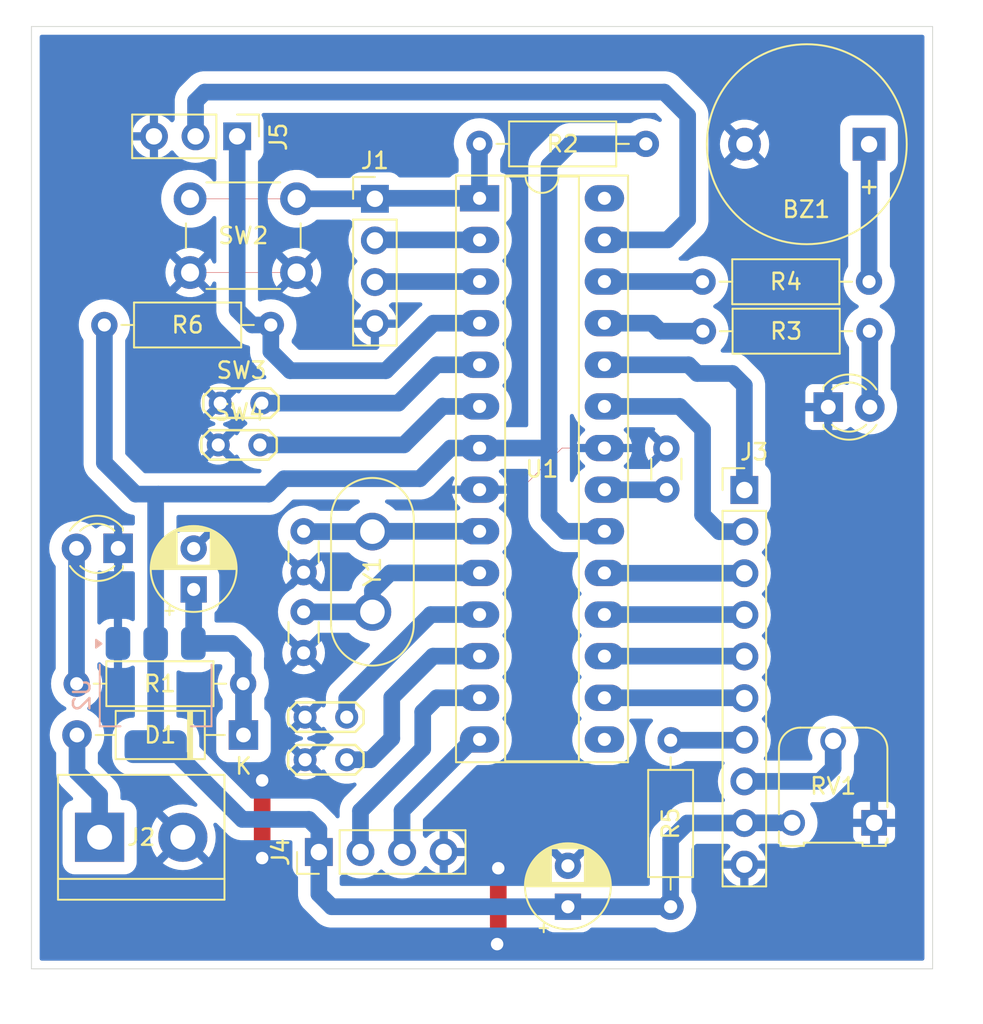
<source format=kicad_pcb>
(kicad_pcb (version 20240108) (generator "pcbnew") (generator_version "8.0")
  (layers (0 "F.Cu" signal) (31 "B.Cu" signal) (34 "B.Paste" user) (35 "F.Paste" user) (36 "B.SilkS" user "B.Silkscreen") (37 "F.SilkS" user "F.Silkscreen") (38 "B.Mask" user) (39 "F.Mask" user) (44 "Edge.Cuts" user))
  (net 0 "")
  (net 1 "Net-(BZ1-+)")
  (net 2 "GND")
  (net 3 "Net-(U1-AREF)")
  (net 4 "+12V")
  (net 5 "Net-(U1-XTAL1{slash}PB6)")
  (net 6 "Net-(U1-XTAL2{slash}PB7)")
  (net 7 "+5V")
  (net 8 "Net-(D1-A)")
  (net 9 "Net-(D2-A)")
  (net 10 "Net-(D3-A)")
  (net 11 "/Tx")
  (net 12 "/Reset")
  (net 13 "/Rx")
  (net 14 "Net-(J3-Pin_8)")
  (net 15 "/RS")
  (net 16 "/D5")
  (net 17 "/E")
  (net 18 "/D7")
  (net 19 "Net-(J3-Pin_7)")
  (net 20 "/D4")
  (net 21 "/D6")
  (net 22 "/CLK")
  (net 23 "/OUT")
  (net 24 "/proximity")
  (net 25 "/fluid")
  (net 26 "/Indicator")
  (net 27 "/Buzzer")
  (net 28 "/button1")
  (net 29 "/button2")
  (net 30 "/button3")
  (net 31 "/button4")
  (footprint "Capacitor_THT:CP_Radial_D5.0mm_P2.50mm" (layer "F.Cu") (at 159.66 117.83 90)
    (property "Reference" "C5" (hide yes))
    (property "Value" "100uF")
    (pad "1" thru_hole rect (at 0 0 90) (size 1.6 1.6) (drill 0.8) (layers "*.Cu" "*.Mask") (net 7 "+5V"))
    (pad "2" thru_hole circle (at 2.5 0 90) (size 1.6 1.6) (drill 0.8) (layers "*.Cu" "*.Mask") (net 2 "GND"))
  )
  (footprint "Connector_PinHeader_2.54mm:PinHeader_1x10_P2.54mm_Vertical" (layer "F.Cu") (at 170.43 92.4)
    (property "Reference" "J3" (at 0.6 -2.32 0) (layer "F.SilkS"))
    (property "Value" "Display")
    (pad "1" thru_hole rect (at 0 0) (size 1.7 1.7) (drill 1) (layers "*.Cu" "*.Mask") (net 15 "/RS"))
    (pad "2" thru_hole oval (at 0 2.54) (size 1.7 1.7) (drill 1) (layers "*.Cu" "*.Mask") (net 17 "/E"))
    (pad "3" thru_hole oval (at 0 5.08) (size 1.7 1.7) (drill 1) (layers "*.Cu" "*.Mask") (net 20 "/D4"))
    (pad "4" thru_hole oval (at 0 7.62) (size 1.7 1.7) (drill 1) (layers "*.Cu" "*.Mask") (net 16 "/D5"))
    (pad "5" thru_hole oval (at 0 10.16) (size 1.7 1.7) (drill 1) (layers "*.Cu" "*.Mask") (net 21 "/D6"))
    (pad "6" thru_hole oval (at 0 12.7) (size 1.7 1.7) (drill 1) (layers "*.Cu" "*.Mask") (net 18 "/D7"))
    (pad "7" thru_hole oval (at 0 15.24) (size 1.7 1.7) (drill 1) (layers "*.Cu" "*.Mask") (net 19 "Net-(J3-Pin_7)"))
    (pad "8" thru_hole oval (at 0 17.78) (size 1.7 1.7) (drill 1) (layers "*.Cu" "*.Mask") (net 14 "Net-(J3-Pin_8)"))
    (pad "9" thru_hole oval (at 0 20.32) (size 1.7 1.7) (drill 1) (layers "*.Cu" "*.Mask") (net 7 "+5V"))
    (pad "10" thru_hole oval (at 0 22.86) (size 1.7 1.7) (drill 1) (layers "*.Cu" "*.Mask") (net 2 "GND"))
  )
  (footprint "Package_DIP:DIP-28_W7.62mm_Socket_LongPads" (layer "F.Cu") (at 154.27 74.6)
    (property "Reference" "U1" (at 3.8 16.525 0) (layer "F.SilkS"))
    (property "Value" "ATmega328P-P")
    (pad "1" thru_hole rect (at 0 0) (size 2.4 1.6) (drill 0.8) (layers "*.Cu" "*.Mask") (net 12 "/Reset"))
    (pad "2" thru_hole oval (at 0 2.54) (size 2.4 1.6) (drill 0.8) (layers "*.Cu" "*.Mask") (net 13 "/Rx"))
    (pad "3" thru_hole oval (at 0 5.08) (size 2.4 1.6) (drill 0.8) (layers "*.Cu" "*.Mask") (net 11 "/Tx"))
    (pad "4" thru_hole oval (at 0 7.62) (size 2.4 1.6) (drill 0.8) (layers "*.Cu" "*.Mask") (net 24 "/proximity"))
    (pad "5" thru_hole oval (at 0 10.16) (size 2.4 1.6) (drill 0.8) (layers "*.Cu" "*.Mask") (net 28 "/button1"))
    (pad "6" thru_hole oval (at 0 12.7) (size 2.4 1.6) (drill 0.8) (layers "*.Cu" "*.Mask") (net 29 "/button2"))
    (pad "7" thru_hole oval (at 0 15.24) (size 2.4 1.6) (drill 0.8) (layers "*.Cu" "*.Mask") (net 7 "+5V"))
    (pad "8" thru_hole oval (at 0 17.78) (size 2.4 1.6) (drill 0.8) (layers "*.Cu" "*.Mask") (net 2 "GND"))
    (pad "9" thru_hole oval (at 0 20.32) (size 2.4 1.6) (drill 0.8) (layers "*.Cu" "*.Mask") (net 5 "Net-(U1-XTAL1{slash}PB6)"))
    (pad "10" thru_hole oval (at 0 22.86) (size 2.4 1.6) (drill 0.8) (layers "*.Cu" "*.Mask") (net 6 "Net-(U1-XTAL2{slash}PB7)"))
    (pad "11" thru_hole oval (at 0 25.4) (size 2.4 1.6) (drill 0.8) (layers "*.Cu" "*.Mask") (net 30 "/button3"))
    (pad "12" thru_hole oval (at 0 27.94) (size 2.4 1.6) (drill 0.8) (layers "*.Cu" "*.Mask") (net 31 "/button4"))
    (pad "13" thru_hole oval (at 0 30.48) (size 2.4 1.6) (drill 0.8) (layers "*.Cu" "*.Mask") (net 23 "/OUT"))
    (pad "14" thru_hole oval (at 0 33.02) (size 2.4 1.6) (drill 0.8) (layers "*.Cu" "*.Mask") (net 22 "/CLK"))
    (pad "15" thru_hole oval (at 7.62 33.02) (size 2.4 1.6) (drill 0.8) (layers "*.Cu" "*.Mask"))
    (pad "16" thru_hole oval (at 7.62 30.48) (size 2.4 1.6) (drill 0.8) (layers "*.Cu" "*.Mask") (net 18 "/D7"))
    (pad "17" thru_hole oval (at 7.62 27.94) (size 2.4 1.6) (drill 0.8) (layers "*.Cu" "*.Mask") (net 21 "/D6"))
    (pad "18" thru_hole oval (at 7.62 25.4) (size 2.4 1.6) (drill 0.8) (layers "*.Cu" "*.Mask") (net 16 "/D5"))
    (pad "19" thru_hole oval (at 7.62 22.86) (size 2.4 1.6) (drill 0.8) (layers "*.Cu" "*.Mask") (net 20 "/D4"))
    (pad "20" thru_hole oval (at 7.62 20.32) (size 2.4 1.6) (drill 0.8) (layers "*.Cu" "*.Mask") (net 7 "+5V"))
    (pad "21" thru_hole oval (at 7.62 17.78) (size 2.4 1.6) (drill 0.8) (layers "*.Cu" "*.Mask") (net 3 "Net-(U1-AREF)"))
    (pad "22" thru_hole oval (at 7.62 15.24) (size 2.4 1.6) (drill 0.8) (layers "*.Cu" "*.Mask") (net 2 "GND"))
    (pad "23" thru_hole oval (at 7.62 12.7) (size 2.4 1.6) (drill 0.8) (layers "*.Cu" "*.Mask") (net 17 "/E"))
    (pad "24" thru_hole oval (at 7.62 10.16) (size 2.4 1.6) (drill 0.8) (layers "*.Cu" "*.Mask") (net 15 "/RS"))
    (pad "25" thru_hole oval (at 7.62 7.62) (size 2.4 1.6) (drill 0.8) (layers "*.Cu" "*.Mask") (net 26 "/Indicator"))
    (pad "26" thru_hole oval (at 7.62 5.08) (size 2.4 1.6) (drill 0.8) (layers "*.Cu" "*.Mask") (net 27 "/Buzzer"))
    (pad "27" thru_hole oval (at 7.62 2.54) (size 2.4 1.6) (drill 0.8) (layers "*.Cu" "*.Mask") (net 25 "/fluid"))
    (pad "28" thru_hole oval (at 7.62 0) (size 2.4 1.6) (drill 0.8) (layers "*.Cu" "*.Mask"))
  )
  (footprint "Diode_THT:D_A-405_P10.16mm_Horizontal" (layer "F.Cu") (at 139.86 107.35 180)
    (property "Reference" "D1" (at 5.08 0 180) (layer "F.SilkS"))
    (property "Value" "1N4001")
    (fp_text user "K" (at 0 -1.9 180) (layer "F.SilkS"))
    (pad "1" thru_hole rect (at 0 0 180) (size 1.8 1.8) (drill 0.9) (layers "*.Cu" "*.Mask") (net 4 "+12V"))
    (pad "2" thru_hole oval (at 10.16 0 180) (size 1.8 1.8) (drill 0.9) (layers "*.Cu" "*.Mask") (net 8 "Net-(D1-A)"))
  )
  (footprint "TestPoint:TestPoint_2Pads_Pitch2.54mm_Drill0.8mm" (layer "F.Cu") (at 143.62 106.26)
    (property "Reference" "SW5" (hide yes))
    (property "Value" "SW_Push" (hide yes))
    (pad "1" thru_hole circle (at 0 0) (size 1.4 1.4) (drill 0.8) (layers "*.Cu" "*.Mask") (net 2 "GND"))
    (pad "2" thru_hole circle (at 2.54 0) (size 1.4 1.4) (drill 0.8) (layers "*.Cu" "*.Mask") (net 30 "/button3"))
  )
  (footprint "Resistor_THT:R_Axial_DIN0207_L6.3mm_D2.5mm_P10.16mm_Horizontal" (layer "F.Cu") (at 167.88 79.69)
    (property "Reference" "R4" (at 5.08 0 0) (layer "F.SilkS"))
    (property "Value" "100")
    (pad "1" thru_hole circle (at 0 0) (size 1.6 1.6) (drill 0.8) (layers "*.Cu" "*.Mask") (net 27 "/Buzzer"))
    (pad "2" thru_hole oval (at 10.16 0) (size 1.6 1.6) (drill 0.8) (layers "*.Cu" "*.Mask") (net 1 "Net-(BZ1-+)"))
  )
  (footprint "Resistor_THT:R_Axial_DIN0207_L6.3mm_D2.5mm_P10.16mm_Horizontal" (layer "F.Cu") (at 165.93 107.67 -90)
    (property "Reference" "R5" (at 5.08 0 90) (layer "F.SilkS"))
    (property "Value" "220")
    (pad "1" thru_hole circle (at 0 0 270) (size 1.6 1.6) (drill 0.8) (layers "*.Cu" "*.Mask") (net 19 "Net-(J3-Pin_7)"))
    (pad "2" thru_hole oval (at 10.16 0 270) (size 1.6 1.6) (drill 0.8) (layers "*.Cu" "*.Mask") (net 7 "+5V"))
  )
  (footprint "Resistor_THT:R_Axial_DIN0207_L6.3mm_D2.5mm_P10.16mm_Horizontal" (layer "F.Cu") (at 154.26 71.28)
    (property "Reference" "R2" (at 5.08 0 0) (layer "F.SilkS"))
    (property "Value" "10k")
    (pad "1" thru_hole circle (at 0 0) (size 1.6 1.6) (drill 0.8) (layers "*.Cu" "*.Mask") (net 12 "/Reset"))
    (pad "2" thru_hole oval (at 10.16 0) (size 1.6 1.6) (drill 0.8) (layers "*.Cu" "*.Mask") (net 7 "+5V"))
  )
  (footprint "Capacitor_THT:C_Disc_D3.0mm_W1.6mm_P2.50mm" (layer "F.Cu") (at 165.67 92.37 90)
    (property "Reference" "C1" (hide yes))
    (property "Value" "100nF")
    (pad "1" thru_hole circle (at 0 0 90) (size 1.6 1.6) (drill 0.8) (layers "*.Cu" "*.Mask") (net 3 "Net-(U1-AREF)"))
    (pad "2" thru_hole circle (at 2.5 0 90) (size 1.6 1.6) (drill 0.8) (layers "*.Cu" "*.Mask") (net 2 "GND"))
  )
  (footprint "Button_Switch_THT:SW_PUSH_6mm" (layer "F.Cu") (at 136.6 74.63)
    (property "Reference" "SW2" (at 3.25 2.25 0) (layer "F.SilkS"))
    (property "Value" "Reset")
    (pad "1" thru_hole circle (at 0 0 90) (size 2 2) (drill 1.1) (layers "*.Cu" "*.Mask") (net 12 "/Reset"))
    (pad "1" thru_hole circle (at 6.5 0 90) (size 2 2) (drill 1.1) (layers "*.Cu" "*.Mask") (net 12 "/Reset"))
    (pad "2" thru_hole circle (at 0 4.5 90) (size 2 2) (drill 1.1) (layers "*.Cu" "*.Mask") (net 2 "GND"))
    (pad "2" thru_hole circle (at 6.5 4.5 90) (size 2 2) (drill 1.1) (layers "*.Cu" "*.Mask") (net 2 "GND"))
  )
  (footprint "Capacitor_THT:C_Disc_D3.0mm_W1.6mm_P2.50mm" (layer "F.Cu") (at 143.53 94.92 -90)
    (property "Reference" "C3" (hide yes))
    (property "Value" "22pF")
    (pad "1" thru_hole circle (at 0 0 270) (size 1.6 1.6) (drill 0.8) (layers "*.Cu" "*.Mask") (net 5 "Net-(U1-XTAL1{slash}PB6)"))
    (pad "2" thru_hole circle (at 2.5 0 270) (size 1.6 1.6) (drill 0.8) (layers "*.Cu" "*.Mask") (net 2 "GND"))
  )
  (footprint "TestPoint:TestPoint_2Pads_Pitch2.54mm_Drill0.8mm" (layer "F.Cu") (at 138.44 87.1)
    (property "Reference" "SW3" (at 1.3 -2 0) (layer "F.SilkS"))
    (property "Value" "SW_Push" (hide yes))
    (pad "1" thru_hole circle (at 0 0) (size 1.4 1.4) (drill 0.8) (layers "*.Cu" "*.Mask") (net 2 "GND"))
    (pad "2" thru_hole circle (at 2.54 0) (size 1.4 1.4) (drill 0.8) (layers "*.Cu" "*.Mask") (net 28 "/button1"))
  )
  (footprint "LED_THT:LED_D3.0mm" (layer "F.Cu") (at 132.21 95.96 180)
    (property "Reference" "D2" (hide yes))
    (property "Value" "Power")
    (pad "1" thru_hole rect (at 0 0 180) (size 1.8 1.8) (drill 0.9) (layers "*.Cu" "*.Mask") (net 2 "GND"))
    (pad "2" thru_hole circle (at 2.54 0 180) (size 1.8 1.8) (drill 0.9) (layers "*.Cu" "*.Mask") (net 9 "Net-(D2-A)"))
  )
  (footprint "TerminalBlock:TerminalBlock_bornier-2_P5.08mm" (layer "F.Cu") (at 131.08 113.59)
    (property "Reference" "J2" (at 2.54 0 0) (layer "F.SilkS"))
    (property "Value" "Power")
    (pad "1" thru_hole rect (at 0 0) (size 3 3) (drill 1.52) (layers "*.Cu" "*.Mask") (net 8 "Net-(D1-A)"))
    (pad "2" thru_hole circle (at 5.08 0) (size 3 3) (drill 1.52) (layers "*.Cu" "*.Mask") (net 2 "GND"))
  )
  (footprint "Resistor_THT:R_Axial_DIN0207_L6.3mm_D2.5mm_P10.16mm_Horizontal" (layer "F.Cu") (at 131.37 82.33)
    (property "Reference" "R6" (at 5.08 0 0) (layer "F.SilkS"))
    (property "Value" "10k")
    (pad "1" thru_hole circle (at 0 0) (size 1.6 1.6) (drill 0.8) (layers "*.Cu" "*.Mask") (net 7 "+5V"))
    (pad "2" thru_hole oval (at 10.16 0) (size 1.6 1.6) (drill 0.8) (layers "*.Cu" "*.Mask") (net 24 "/proximity"))
  )
  (footprint "Potentiometer_THT:Potentiometer_Runtron_RM-065_Vertical" (layer "F.Cu") (at 178.35 112.71 180)
    (property "Reference" "RV1" (at 2.5 2.24 180) (layer "F.SilkS"))
    (property "Value" "1k")
    (pad "1" thru_hole rect (at 0 0 180) (size 1.56 1.56) (drill 1) (layers "*.Cu" "*.Mask") (net 2 "GND"))
    (pad "2" thru_hole circle (at 2.5 5 180) (size 1.56 1.56) (drill 1) (layers "*.Cu" "*.Mask") (net 14 "Net-(J3-Pin_8)"))
    (pad "3" thru_hole circle (at 5 0 180) (size 1.56 1.56) (drill 1) (layers "*.Cu" "*.Mask") (net 7 "+5V"))
  )
  (footprint "Buzzer_Beeper:Buzzer_12x9.5RM7.6" (layer "F.Cu") (at 178.04 71.3 180)
    (property "Reference" "BZ1" (at 3.83 -3.98 180) (layer "F.SilkS"))
    (property "Value" "Buzzer")
    (fp_text user "+" (at -0.01 -2.54 180) (layer "F.SilkS"))
    (pad "1" thru_hole rect (at 0 0 180) (size 2 2) (drill 1) (layers "*.Cu" "*.Mask") (net 1 "Net-(BZ1-+)"))
    (pad "2" thru_hole circle (at 7.6 0 180) (size 2 2) (drill 1) (layers "*.Cu" "*.Mask") (net 2 "GND"))
  )
  (footprint "TestPoint:TestPoint_2Pads_Pitch2.54mm_Drill0.8mm" (layer "F.Cu") (at 138.32 89.65)
    (property "Reference" "SW4" (at 1.3 -2 0) (layer "F.SilkS"))
    (property "Value" "SW_Push" (hide yes))
    (pad "1" thru_hole circle (at 0 0) (size 1.4 1.4) (drill 0.8) (layers "*.Cu" "*.Mask") (net 2 "GND"))
    (pad "2" thru_hole circle (at 2.54 0) (size 1.4 1.4) (drill 0.8) (layers "*.Cu" "*.Mask") (net 29 "/button2"))
  )
  (footprint "TestPoint:TestPoint_2Pads_Pitch2.54mm_Drill0.8mm" (layer "F.Cu") (at 143.62 108.86)
    (property "Reference" "SW6" (hide yes))
    (property "Value" "SW_Push" (hide yes))
    (pad "1" thru_hole circle (at 0 0) (size 1.4 1.4) (drill 0.8) (layers "*.Cu" "*.Mask") (net 2 "GND"))
    (pad "2" thru_hole circle (at 2.54 0) (size 1.4 1.4) (drill 0.8) (layers "*.Cu" "*.Mask") (net 31 "/button4"))
  )
  (footprint "Connector_PinHeader_2.54mm:PinHeader_1x04_P2.54mm_Vertical" (layer "F.Cu") (at 147.88 74.63)
    (property "Reference" "J1" (at 0 -2.33 0) (layer "F.SilkS"))
    (property "Value" "Program")
    (pad "1" thru_hole rect (at 0 0) (size 1.7 1.7) (drill 1) (layers "*.Cu" "*.Mask") (net 12 "/Reset"))
    (pad "2" thru_hole oval (at 0 2.54) (size 1.7 1.7) (drill 1) (layers "*.Cu" "*.Mask") (net 13 "/Rx"))
    (pad "3" thru_hole oval (at 0 5.08) (size 1.7 1.7) (drill 1) (layers "*.Cu" "*.Mask") (net 11 "/Tx"))
    (pad "4" thru_hole oval (at 0 7.62) (size 1.7 1.7) (drill 1) (layers "*.Cu" "*.Mask") (net 2 "GND"))
  )
  (footprint "Capacitor_THT:C_Disc_D3.0mm_W1.6mm_P2.50mm" (layer "F.Cu") (at 143.53 102.34 90)
    (property "Reference" "C4" (hide yes))
    (property "Value" "22pF")
    (pad "1" thru_hole circle (at 0 0 90) (size 1.6 1.6) (drill 0.8) (layers "*.Cu" "*.Mask") (net 2 "GND"))
    (pad "2" thru_hole circle (at 2.5 0 90) (size 1.6 1.6) (drill 0.8) (layers "*.Cu" "*.Mask") (net 6 "Net-(U1-XTAL2{slash}PB7)"))
  )
  (footprint "Crystal:Crystal_HC50_Vertical" (layer "F.Cu") (at 147.73 99.84 90)
    (property "Reference" "Y1" (at 2.45 0 270) (layer "F.SilkS"))
    (property "Value" "16MHz")
    (pad "1" thru_hole circle (at 0 0 90) (size 2.3 2.3) (drill 1.5) (layers "*.Cu" "*.Mask") (net 6 "Net-(U1-XTAL2{slash}PB7)"))
    (pad "2" thru_hole circle (at 4.9 0 90) (size 2.3 2.3) (drill 1.5) (layers "*.Cu" "*.Mask") (net 5 "Net-(U1-XTAL1{slash}PB6)"))
  )
  (footprint "Connector_PinHeader_2.54mm:PinHeader_1x04_P2.54mm_Vertical" (layer "F.Cu") (at 144.46 114.49 90)
    (property "Reference" "J4" (at 0 -2.33 270) (layer "F.SilkS"))
    (property "Value" "HX710B")
    (pad "1" thru_hole rect (at 0 0 90) (size 1.7 1.7) (drill 1) (layers "*.Cu" "*.Mask") (net 7 "+5V"))
    (pad "2" thru_hole oval (at 0 2.54 90) (size 1.7 1.7) (drill 1) (layers "*.Cu" "*.Mask") (net 23 "/OUT"))
    (pad "3" thru_hole oval (at 0 5.08 90) (size 1.7 1.7) (drill 1) (layers "*.Cu" "*.Mask") (net 22 "/CLK"))
    (pad "4" thru_hole oval (at 0 7.62 90) (size 1.7 1.7) (drill 1) (layers "*.Cu" "*.Mask") (net 2 "GND"))
  )
  (footprint "Resistor_THT:R_Axial_DIN0207_L6.3mm_D2.5mm_P10.16mm_Horizontal" (layer "F.Cu") (at 139.84 104.22 180)
    (property "Reference" "R1" (at 5.08 0 180) (layer "F.SilkS"))
    (property "Value" "1k")
    (pad "1" thru_hole circle (at 0 0 180) (size 1.6 1.6) (drill 0.8) (layers "*.Cu" "*.Mask") (net 4 "+12V"))
    (pad "2" thru_hole oval (at 10.16 0 180) (size 1.6 1.6) (drill 0.8) (layers "*.Cu" "*.Mask") (net 9 "Net-(D2-A)"))
  )
  (footprint "Capacitor_THT:CP_Radial_D5.0mm_P2.50mm" (layer "F.Cu") (at 136.82 98.47 90)
    (property "Reference" "C2" (hide yes))
    (property "Value" "100uF")
    (pad "1" thru_hole rect (at 0 0 90) (size 1.6 1.6) (drill 0.8) (layers "*.Cu" "*.Mask") (net 4 "+12V"))
    (pad "2" thru_hole circle (at 2.5 0 90) (size 1.6 1.6) (drill 0.8) (layers "*.Cu" "*.Mask") (net 2 "GND"))
  )
  (footprint "LED_THT:LED_D3.0mm" (layer "F.Cu") (at 175.55 87.34)
    (property "Reference" "D3" (hide yes))
    (property "Value" "Ind.")
    (pad "1" thru_hole rect (at 0 0) (size 1.8 1.8) (drill 0.9) (layers "*.Cu" "*.Mask") (net 2 "GND"))
    (pad "2" thru_hole circle (at 2.54 0) (size 1.8 1.8) (drill 0.9) (layers "*.Cu" "*.Mask") (net 10 "Net-(D3-A)"))
  )
  (footprint "Connector_PinHeader_2.54mm:PinHeader_1x03_P2.54mm_Vertical" (layer "F.Cu") (at 139.475 70.82 -90)
    (property "Reference" "J5" (at 0.03 -2.52 90) (layer "F.SilkS"))
    (property "Value" "Wire sensors")
    (pad "1" thru_hole rect (at 0 0 270) (size 1.7 1.7) (drill 1) (layers "*.Cu" "*.Mask") (net 24 "/proximity"))
    (pad "2" thru_hole oval (at 0 2.54 270) (size 1.7 1.7) (drill 1) (layers "*.Cu" "*.Mask") (net 25 "/fluid"))
    (pad "3" thru_hole oval (at 0 5.08 270) (size 1.7 1.7) (drill 1) (layers "*.Cu" "*.Mask") (net 2 "GND"))
  )
  (footprint "Resistor_THT:R_Axial_DIN0207_L6.3mm_D2.5mm_P10.16mm_Horizontal" (layer "F.Cu") (at 167.9 82.71)
    (property "Reference" "R3" (at 5.08 0 360) (layer "F.SilkS"))
    (property "Value" "220")
    (pad "1" thru_hole circle (at 0 0) (size 1.6 1.6) (drill 0.8) (layers "*.Cu" "*.Mask") (net 26 "/Indicator"))
    (pad "2" thru_hole oval (at 10.16 0) (size 1.6 1.6) (drill 0.8) (layers "*.Cu" "*.Mask") (net 10 "Net-(D3-A)"))
  )
  (footprint "Package_TO_SOT_SMD:SOT-223-3_TabPin2" (layer "B.Cu") (at 134.5 104.91 -90)
    (property "Reference" "U2" (at 0 4.5 90) (layer "B.SilkS") (effects (justify mirror)))
    (property "Value" "AMS1117-5.0")
    (pad "1" smd roundrect (at -3.15 2.3 270) (size 2 1.5) (layers "B.Cu" "B.Paste" "B.Mask") (net 2 "GND"))
    (pad "2" smd roundrect (at -3.15 0 270) (size 2 1.5) (layers "B.Cu" "B.Paste" "B.Mask") (net 7 "+5V"))
    (pad "2" smd roundrect (at 3.15 0 270) (size 2 3.8) (layers "B.Cu" "B.Paste" "B.Mask") (net 7 "+5V"))
    (pad "3" smd roundrect (at -3.15 -2.3 270) (size 2 1.5) (layers "B.Cu" "B.Paste" "B.Mask") (net 4 "+12V"))
  )
  (gr_line (start 126.92 64.12) (end 126.92 121.62) (stroke (width 0.05)) (layer "Edge.Cuts"))
  (gr_line (start 181.92 64.12) (end 126.92 64.12) (stroke (width 0.05)) (layer "Edge.Cuts"))
  (gr_line (start 126.92 121.62) (end 181.92 121.62) (stroke (width 0.05)) (layer "Edge.Cuts"))
  (gr_line (start 181.92 121.62) (end 181.92 64.12) (stroke (width 0.05)) (layer "Edge.Cuts"))
  (segment (start 178.04 71.3) (end 178.04 79.69) (width 1.016) (layer "B.Cu") (net 1))
  (segment (start 143.1 79.13) (end 136.6 79.13) (width 0.0254) (layer "F.Cu") (net 2))
  (segment (start 156.76 92.38) (end 154.27 92.38) (width 0.0254) (layer "F.Cu") (net 2))
  (segment (start 159.3 89.84) (end 156.76 92.38) (width 0.0254) (layer "F.Cu") (net 2))
  (segment (start 161.89 89.84) (end 159.3 89.84) (width 0.0254) (layer "F.Cu") (net 2))
  (segment (start 141 110.12) (end 141 114.86) (width 1.016) (layer "F.Cu") (net 2))
  (segment (start 155.41 120.04) (end 155.34 120.11) (width 1.016) (layer "F.Cu") (net 2))
  (segment (start 155.41 115.48) (end 155.41 120.04) (width 1.016) (layer "F.Cu") (net 2))
  (via (at 141 114.86) (size 1.778) (drill 0.762) (layers "F.Cu" "B.Cu") (net 2))
  (via (at 141 110.12) (size 1.778) (drill 0.762) (layers "F.Cu" "B.Cu") (net 2))
  (via (at 155.41 115.48) (size 1.778) (drill 0.762) (layers "F.Cu" "B.Cu") (net 2))
  (via (at 155.34 120.11) (size 1.778) (drill 0.762) (layers "F.Cu" "B.Cu") (net 2))
  (segment (start 165.67 92.37) (end 165.65 92.39) (width 1.016) (layer "B.Cu") (net 3))
  (segment (start 161.9 92.39) (end 161.89 92.38) (width 1.016) (layer "B.Cu") (net 3))
  (segment (start 165.65 92.39) (end 161.9 92.39) (width 1.016) (layer "B.Cu") (net 3))
  (segment (start 139.16 101.76) (end 139.86 102.46) (width 1.016) (layer "B.Cu") (net 4))
  (segment (start 139.86 107.35) (end 139.86 104.24) (width 1.016) (layer "B.Cu") (net 4))
  (segment (start 139.84 102.48) (end 139.84 104.22) (width 1.016) (layer "B.Cu") (net 4))
  (segment (start 136.82 98.47) (end 136.82 101.74) (width 1.016) (layer "B.Cu") (net 4))
  (segment (start 139.86 102.46) (end 139.84 102.48) (width 1.016) (layer "B.Cu") (net 4))
  (segment (start 136.8 101.76) (end 139.16 101.76) (width 1.016) (layer "B.Cu") (net 4))
  (segment (start 139.86 104.24) (end 139.84 104.22) (width 1.016) (layer "B.Cu") (net 4))
  (segment (start 136.82 101.74) (end 136.8 101.76) (width 1.016) (layer "B.Cu") (net 4))
  (segment (start 147.73 94.94) (end 143.55 94.94) (width 1.016) (layer "B.Cu") (net 5))
  (segment (start 143.55 94.94) (end 143.53 94.92) (width 1.016) (layer "B.Cu") (net 5))
  (segment (start 154.27 94.92) (end 147.75 94.92) (width 1.016) (layer "B.Cu") (net 5))
  (segment (start 147.75 94.92) (end 147.73 94.94) (width 1.016) (layer "B.Cu") (net 5))
  (segment (start 154.27 97.46) (end 148.81 97.46) (width 1.016) (layer "B.Cu") (net 6))
  (segment (start 148.81 97.46) (end 147.73 98.54) (width 1.016) (layer "B.Cu") (net 6))
  (segment (start 147.73 99.84) (end 143.53 99.84) (width 1.016) (layer "B.Cu") (net 6))
  (segment (start 147.73 98.54) (end 147.73 99.84) (width 1.016) (layer "B.Cu") (net 6))
  (segment (start 134.5 92.82) (end 134.67 92.65) (width 1.016) (layer "B.Cu") (net 7))
  (segment (start 150.63 91.71) (end 142.34 91.71) (width 1.016) (layer "B.Cu") (net 7))
  (segment (start 134.5 108.06) (end 135.35 108.06) (width 1.016) (layer "B.Cu") (net 7))
  (segment (start 170.44 112.71) (end 170.43 112.72) (width 1.016) (layer "B.Cu") (net 7))
  (segment (start 145.24 117.83) (end 144.46 117.05) (width 1.016) (layer "B.Cu") (net 7))
  (segment (start 143.85 112.5) (end 144.46 113.11) (width 1.016) (layer "B.Cu") (net 7))
  (segment (start 165.93 113.74) (end 165.93 117.83) (width 1.016) (layer "B.Cu") (net 7))
  (segment (start 158.46 89.84) (end 158.51 89.89) (width 1.016) (layer "B.Cu") (net 7))
  (segment (start 154.27 89.84) (end 152.5 89.84) (width 1.016) (layer "B.Cu") (net 7))
  (segment (start 173.35 112.71) (end 170.44 112.71) (width 1.016) (layer "B.Cu") (net 7))
  (segment (start 158.51 72.59) (end 158.51 89.89) (width 1.016) (layer "B.Cu") (net 7))
  (segment (start 134.5 108.06) (end 134.5 101.76) (width 1.016) (layer "B.Cu") (net 7))
  (segment (start 159.66 117.83) (end 145.24 117.83) (width 1.016) (layer "B.Cu") (net 7))
  (segment (start 158.51 93.95) (end 159.48 94.92) (width 1.016) (layer "B.Cu") (net 7))
  (segment (start 159.48 94.92) (end 161.89 94.92) (width 1.016) (layer "B.Cu") (net 7))
  (segment (start 134.67 92.65) (end 133.28 92.65) (width 1.016) (layer "B.Cu") (net 7))
  (segment (start 142.34 91.71) (end 141.4 92.65) (width 1.016) (layer "B.Cu") (net 7))
  (segment (start 170.43 112.72) (end 166.95 112.72) (width 1.016) (layer "B.Cu") (net 7))
  (segment (start 165.93 117.83) (end 159.66 117.83) (width 1.016) (layer "B.Cu") (net 7))
  (segment (start 144.46 113.11) (end 144.46 114.49) (width 1.016) (layer "B.Cu") (net 7))
  (segment (start 158.51 89.89) (end 158.51 93.95) (width 1.016) (layer "B.Cu") (net 7))
  (segment (start 134.5 101.76) (end 134.5 92.82) (width 1.016) (layer "B.Cu") (net 7))
  (segment (start 164.42 71.28) (end 159.82 71.28) (width 1.016) (layer "B.Cu") (net 7))
  (segment (start 154.27 89.84) (end 158.46 89.84) (width 1.016) (layer "B.Cu") (net 7))
  (segment (start 141.4 92.65) (end 134.67 92.65) (width 1.016) (layer "B.Cu") (net 7))
  (segment (start 166.95 112.72) (end 165.93 113.74) (width 1.016) (layer "B.Cu") (net 7))
  (segment (start 139.79 112.5) (end 143.85 112.5) (width 1.016) (layer "B.Cu") (net 7))
  (segment (start 135.35 108.06) (end 139.79 112.5) (width 1.016) (layer "B.Cu") (net 7))
  (segment (start 159.82 71.28) (end 158.51 72.59) (width 1.016) (layer "B.Cu") (net 7))
  (segment (start 152.5 89.84) (end 150.63 91.71) (width 1.016) (layer "B.Cu") (net 7))
  (segment (start 144.46 117.05) (end 144.46 114.49) (width 1.016) (layer "B.Cu") (net 7))
  (segment (start 131.37 90.74) (end 131.37 82.33) (width 1.016) (layer "B.Cu") (net 7))
  (segment (start 133.28 92.65) (end 131.37 90.74) (width 1.016) (layer "B.Cu") (net 7))
  (segment (start 129.7 107.35) (end 129.7 109.62) (width 1.016) (layer "B.Cu") (net 8))
  (segment (start 131.08 111) (end 131.08 113.59) (width 1.016) (layer "B.Cu") (net 8))
  (segment (start 129.7 109.62) (end 131.08 111) (width 1.016) (layer "B.Cu") (net 8))
  (segment (start 129.67 104.21) (end 129.68 104.22) (width 1.016) (layer "B.Cu") (net 9))
  (segment (start 129.67 95.96) (end 129.67 104.21) (width 1.016) (layer "B.Cu") (net 9))
  (segment (start 178.09 82.74) (end 178.06 82.71) (width 1.016) (layer "B.Cu") (net 10))
  (segment (start 178.09 87.34) (end 178.09 82.74) (width 1.016) (layer "B.Cu") (net 10))
  (segment (start 154.27 79.68) (end 147.91 79.68) (width 1.016) (layer "B.Cu") (net 11))
  (segment (start 147.91 79.68) (end 147.88 79.71) (width 1.016) (layer "B.Cu") (net 11))
  (segment (start 143.1 74.63) (end 136.6 74.63) (width 0.0254) (layer "F.Cu") (net 12))
  (segment (start 154.27 74.6) (end 147.91 74.6) (width 1.016) (layer "B.Cu") (net 12))
  (segment (start 154.26 71.28) (end 154.26 74.59) (width 1.016) (layer "B.Cu") (net 12))
  (segment (start 147.91 74.6) (end 147.88 74.63) (width 1.016) (layer "B.Cu") (net 12))
  (segment (start 147.88 74.63) (end 143.1 74.63) (width 1.016) (layer "B.Cu") (net 12))
  (segment (start 154.26 74.59) (end 154.27 74.6) (width 1.016) (layer "B.Cu") (net 12))
  (segment (start 154.27 77.14) (end 147.91 77.14) (width 1.016) (layer "B.Cu") (net 13))
  (segment (start 147.91 77.14) (end 147.88 77.17) (width 1.016) (layer "B.Cu") (net 13))
  (segment (start 170.43 110.18) (end 175.04 110.18) (width 1.016) (layer "B.Cu") (net 14))
  (segment (start 175.85 109.37) (end 175.85 107.71) (width 1.016) (layer "B.Cu") (net 14))
  (segment (start 175.04 110.18) (end 175.85 109.37) (width 1.016) (layer "B.Cu") (net 14))
  (segment (start 170.43 86.02) (end 169.7 85.29) (width 1.016) (layer "B.Cu") (net 15))
  (segment (start 167.552577 85.29) (end 167.022577 84.76) (width 1.016) (layer "B.Cu") (net 15))
  (segment (start 170.43 92.4) (end 170.43 86.02) (width 1.016) (layer "B.Cu") (net 15))
  (segment (start 169.7 85.29) (end 167.552577 85.29) (width 1.016) (layer "B.Cu") (net 15))
  (segment (start 167.022577 84.76) (end 161.89 84.76) (width 1.016) (layer "B.Cu") (net 15))
  (segment (start 170.41 100) (end 170.43 100.02) (width 1.016) (layer "B.Cu") (net 16))
  (segment (start 161.89 100) (end 170.41 100) (width 1.016) (layer "B.Cu") (net 16))
  (segment (start 167.88 93.92) (end 167.88 88.7) (width 1.016) (layer "B.Cu") (net 17))
  (segment (start 166.48 87.3) (end 161.89 87.3) (width 1.016) (layer "B.Cu") (net 17))
  (segment (start 167.88 88.7) (end 166.48 87.3) (width 1.016) (layer "B.Cu") (net 17))
  (segment (start 170.43 94.94) (end 168.9 94.94) (width 1.016) (layer "B.Cu") (net 17))
  (segment (start 168.9 94.94) (end 167.88 93.92) (width 1.016) (layer "B.Cu") (net 17))
  (segment (start 161.89 105.08) (end 170.41 105.08) (width 1.016) (layer "B.Cu") (net 18))
  (segment (start 170.41 105.08) (end 170.43 105.1) (width 1.016) (layer "B.Cu") (net 18))
  (segment (start 170.4 107.67) (end 170.43 107.64) (width 1.016) (layer "B.Cu") (net 19))
  (segment (start 165.93 107.67) (end 170.4 107.67) (width 1.016) (layer "B.Cu") (net 19))
  (segment (start 161.91 97.48) (end 161.89 97.46) (width 1.016) (layer "B.Cu") (net 20))
  (segment (start 170.43 97.48) (end 161.91 97.48) (width 1.016) (layer "B.Cu") (net 20))
  (segment (start 170.41 102.54) (end 170.43 102.56) (width 1.016) (layer "B.Cu") (net 21))
  (segment (start 161.89 102.54) (end 170.41 102.54) (width 1.016) (layer "B.Cu") (net 21))
  (segment (start 149.54 111.958944) (end 153.878944 107.62) (width 1.016) (layer "B.Cu") (net 22))
  (segment (start 153.878944 107.62) (end 154.27 107.62) (width 1.016) (layer "B.Cu") (net 22))
  (segment (start 149.54 114.49) (end 149.54 111.958944) (width 1.016) (layer "B.Cu") (net 22))
  (segment (start 154.27 105.08) (end 151.66 105.08) (width 1.016) (layer "B.Cu") (net 23))
  (segment (start 150.8 108.184472) (end 147 111.984472) (width 1.016) (layer "B.Cu") (net 23))
  (segment (start 150.8 105.94) (end 150.8 108.184472) (width 1.016) (layer "B.Cu") (net 23))
  (segment (start 147 111.984472) (end 147 114.49) (width 1.016) (layer "B.Cu") (net 23))
  (segment (start 151.66 105.08) (end 150.8 105.94) (width 1.016) (layer "B.Cu") (net 23))
  (segment (start 141.53 83.94) (end 142.71 85.12) (width 1.016) (layer "B.Cu") (net 24))
  (segment (start 142.71 85.12) (end 148.55 85.12) (width 1.016) (layer "B.Cu") (net 24))
  (segment (start 139.475 81.415) (end 140.39 82.33) (width 1.016) (layer "B.Cu") (net 24))
  (segment (start 139.475 70.82) (end 139.475 81.415) (width 1.016) (layer "B.Cu") (net 24))
  (segment (start 140.39 82.33) (end 141.53 82.33) (width 1.016) (layer "B.Cu") (net 24))
  (segment (start 148.55 85.12) (end 151.45 82.22) (width 1.016) (layer "B.Cu") (net 24))
  (segment (start 151.45 82.22) (end 154.27 82.22) (width 1.016) (layer "B.Cu") (net 24))
  (segment (start 141.53 82.33) (end 141.53 83.94) (width 1.016) (layer "B.Cu") (net 24))
  (segment (start 165.54 68.12) (end 166.97 69.55) (width 1.016) (layer "B.Cu") (net 25))
  (segment (start 166.97 75.91) (end 165.74 77.14) (width 1.016) (layer "B.Cu") (net 25))
  (segment (start 137.49 68.12) (end 165.54 68.12) (width 1.016) (layer "B.Cu") (net 25))
  (segment (start 136.935 68.675) (end 137.49 68.12) (width 1.016) (layer "B.Cu") (net 25))
  (segment (start 136.935 70.82) (end 136.935 68.675) (width 1.016) (layer "B.Cu") (net 25))
  (segment (start 165.74 77.14) (end 161.89 77.14) (width 1.016) (layer "B.Cu") (net 25))
  (segment (start 166.97 69.55) (end 166.97 75.91) (width 1.016) (layer "B.Cu") (net 25))
  (segment (start 161.89 82.22) (end 164.8 82.22) (width 1.016) (layer "B.Cu") (net 26))
  (segment (start 165.29 82.71) (end 167.9 82.71) (width 1.016) (layer "B.Cu") (net 26))
  (segment (start 164.8 82.22) (end 165.29 82.71) (width 1.016) (layer "B.Cu") (net 26))
  (segment (start 161.89 79.68) (end 167.87 79.68) (width 1.016) (layer "B.Cu") (net 27))
  (segment (start 167.87 79.68) (end 167.88 79.69) (width 1.016) (layer "B.Cu") (net 27))
  (segment (start 140.98 87.1) (end 149.31 87.1) (width 1.016) (layer "B.Cu") (net 28))
  (segment (start 151.65 84.76) (end 154.27 84.76) (width 1.016) (layer "B.Cu") (net 28))
  (segment (start 149.31 87.1) (end 151.65 84.76) (width 1.016) (layer "B.Cu") (net 28))
  (segment (start 152.02 87.28) (end 152.04 87.3) (width 1.016) (layer "B.Cu") (net 29))
  (segment (start 140.86 89.65) (end 149.65 89.65) (width 1.016) (layer "B.Cu") (net 29))
  (segment (start 152.04 87.3) (end 154.27 87.3) (width 1.016) (layer "B.Cu") (net 29))
  (segment (start 149.65 89.65) (end 152.02 87.28) (width 1.016) (layer "B.Cu") (net 29))
  (segment (start 151.29 100) (end 154.27 100) (width 1.016) (layer "B.Cu") (net 30))
  (segment (start 146.16 106.26) (end 146.16 105.13) (width 1.016) (layer "B.Cu") (net 30))
  (segment (start 146.16 105.13) (end 151.29 100) (width 1.016) (layer "B.Cu") (net 30))
  (segment (start 151.43 102.54) (end 148.91 105.06) (width 1.016) (layer "B.Cu") (net 31))
  (segment (start 147.61 108.86) (end 146.16 108.86) (width 1.016) (layer "B.Cu") (net 31))
  (segment (start 148.91 105.06) (end 148.91 107.56) (width 1.016) (layer "B.Cu") (net 31))
  (segment (start 148.91 107.56) (end 147.61 108.86) (width 1.016) (layer "B.Cu") (net 31))
  (segment (start 154.27 102.54) (end 151.43 102.54) (width 1.016) (layer "B.Cu") (net 31))
  (zone (net 2) (net_name "GND") (layer "B.Cu") (connect_pads (clearance 0.5)) (min_thickness 0.25) (fill yes (thermal_gap 0.5) (thermal_bridge_width 0.5))
    (polygon (pts (xy 185 125) (xy 185 62.5) (xy 125 62.5) (xy 125 125)))
  )
)
</source>
